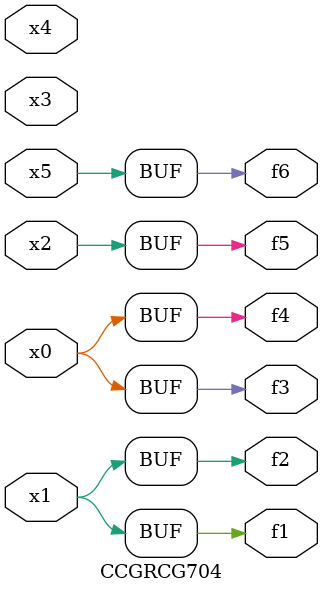
<source format=v>
module CCGRCG704(
	input x0, x1, x2, x3, x4, x5,
	output f1, f2, f3, f4, f5, f6
);
	assign f1 = x1;
	assign f2 = x1;
	assign f3 = x0;
	assign f4 = x0;
	assign f5 = x2;
	assign f6 = x5;
endmodule

</source>
